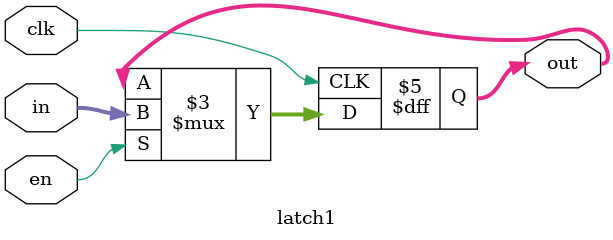
<source format=v>
module latch1(in,out,en,clk);
input [11:0]in;
input en,clk;         //en enable data vary; clk is external clock
output [11:0]out;
reg [11:0]out;

always@(posedge clk)
if(en)
	out<=in;
else
	out<=out;

endmodule 
</source>
